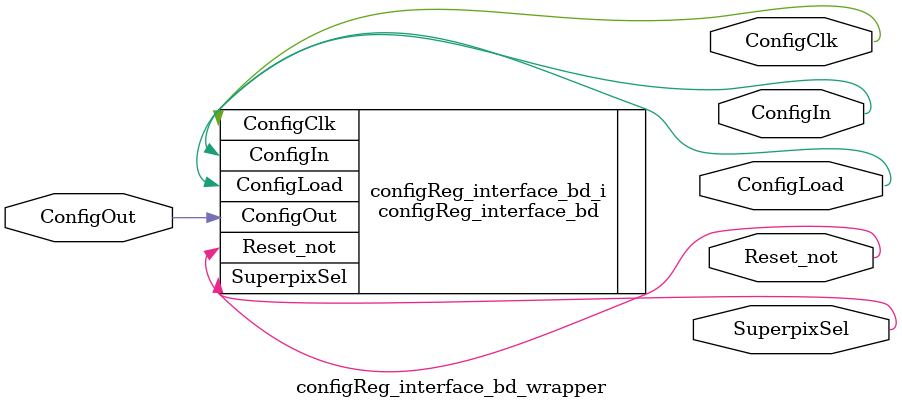
<source format=v>
`timescale 1 ps / 1 ps

module configReg_interface_bd_wrapper
   (ConfigClk,
    ConfigIn,
    ConfigLoad,
    ConfigOut,
    Reset_not,
    SuperpixSel);
  output ConfigClk;
  output ConfigIn;
  output ConfigLoad;
  input ConfigOut;
  output Reset_not;
  output SuperpixSel;

  wire ConfigClk;
  wire ConfigIn;
  wire ConfigLoad;
  wire ConfigOut;
  wire Reset_not;
  wire SuperpixSel;

  configReg_interface_bd configReg_interface_bd_i
       (.ConfigClk(ConfigClk),
        .ConfigIn(ConfigIn),
        .ConfigLoad(ConfigLoad),
        .ConfigOut(ConfigOut),
        .Reset_not(Reset_not),
        .SuperpixSel(SuperpixSel));
endmodule

</source>
